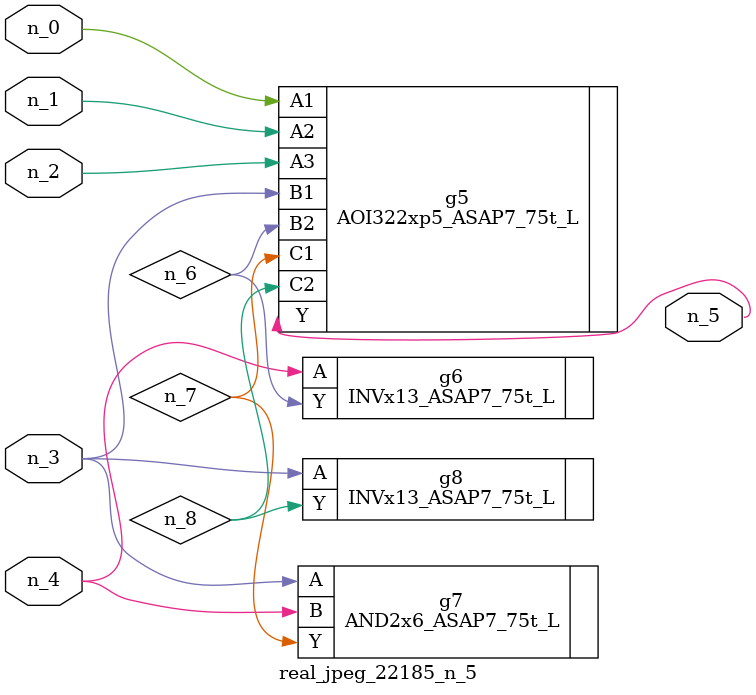
<source format=v>
module real_jpeg_22185_n_5 (n_4, n_0, n_1, n_2, n_3, n_5);

input n_4;
input n_0;
input n_1;
input n_2;
input n_3;

output n_5;

wire n_8;
wire n_6;
wire n_7;

AOI322xp5_ASAP7_75t_L g5 ( 
.A1(n_0),
.A2(n_1),
.A3(n_2),
.B1(n_3),
.B2(n_6),
.C1(n_7),
.C2(n_8),
.Y(n_5)
);

AND2x6_ASAP7_75t_L g7 ( 
.A(n_3),
.B(n_4),
.Y(n_7)
);

INVx13_ASAP7_75t_L g8 ( 
.A(n_3),
.Y(n_8)
);

INVx13_ASAP7_75t_L g6 ( 
.A(n_4),
.Y(n_6)
);


endmodule
</source>
